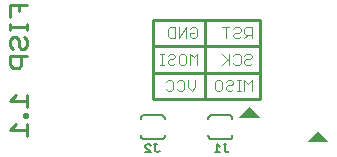
<source format=gbo>
G04 EAGLE Gerber X2 export*
%TF.Part,Single*%
%TF.FileFunction,Other,Silk bottom*%
%TF.FilePolarity,Positive*%
%TF.GenerationSoftware,Autodesk,EAGLE,9.1.3*%
%TF.CreationDate,2018-09-03T05:04:02Z*%
G75*
%MOMM*%
%FSLAX34Y34*%
%LPD*%
%AMOC8*
5,1,8,0,0,1.08239X$1,22.5*%
G01*
%ADD10C,0.127000*%
%ADD11C,0.101600*%
%ADD12C,0.254000*%
%ADD13C,0.279400*%
%ADD14C,0.203200*%

G36*
X281701Y58321D02*
X281701Y58321D01*
X281703Y58321D01*
X281703Y58323D01*
X281705Y58324D01*
X281703Y58326D01*
X281704Y58329D01*
X272179Y67854D01*
X272172Y67854D01*
X272171Y67854D01*
X262646Y58329D01*
X262646Y58327D01*
X262645Y58326D01*
X262646Y58324D01*
X262646Y58322D01*
X262648Y58322D01*
X262650Y58320D01*
X281700Y58320D01*
X281701Y58321D01*
G37*
G36*
X339726Y38096D02*
X339726Y38096D01*
X339728Y38096D01*
X339728Y38098D01*
X339730Y38099D01*
X339728Y38101D01*
X339729Y38104D01*
X330204Y47629D01*
X330197Y47629D01*
X330196Y47629D01*
X320671Y38104D01*
X320671Y38102D01*
X320670Y38101D01*
X320671Y38099D01*
X320671Y38097D01*
X320673Y38097D01*
X320675Y38095D01*
X339725Y38095D01*
X339726Y38096D01*
G37*
D10*
X254953Y30354D02*
X253809Y29210D01*
X252665Y29210D01*
X251521Y30354D01*
X251521Y36074D01*
X252665Y36074D02*
X250377Y36074D01*
X247468Y33786D02*
X245180Y36074D01*
X245180Y29210D01*
X247468Y29210D02*
X242892Y29210D01*
X196215Y30354D02*
X195071Y29210D01*
X193927Y29210D01*
X192783Y30354D01*
X192783Y36074D01*
X193927Y36074D02*
X191639Y36074D01*
X188731Y29210D02*
X184155Y29210D01*
X188731Y29210D02*
X184155Y33786D01*
X184155Y34930D01*
X185299Y36074D01*
X187587Y36074D01*
X188731Y34930D01*
D11*
X274130Y81471D02*
X274130Y90622D01*
X271079Y87572D01*
X268028Y90622D01*
X268028Y81471D01*
X264774Y81471D02*
X261724Y81471D01*
X263249Y81471D02*
X263249Y90622D01*
X264774Y90622D02*
X261724Y90622D01*
X253962Y90622D02*
X252436Y89097D01*
X253962Y90622D02*
X257012Y90622D01*
X258538Y89097D01*
X258538Y87572D01*
X257012Y86046D01*
X253962Y86046D01*
X252436Y84521D01*
X252436Y82996D01*
X253962Y81471D01*
X257012Y81471D01*
X258538Y82996D01*
X247657Y90622D02*
X244606Y90622D01*
X247657Y90622D02*
X249182Y89097D01*
X249182Y82996D01*
X247657Y81471D01*
X244606Y81471D01*
X243081Y82996D01*
X243081Y89097D01*
X244606Y90622D01*
X226505Y90622D02*
X226505Y84521D01*
X223454Y81471D01*
X220403Y84521D01*
X220403Y90622D01*
X212573Y90622D02*
X211048Y89097D01*
X212573Y90622D02*
X215624Y90622D01*
X217149Y89097D01*
X217149Y82996D01*
X215624Y81471D01*
X212573Y81471D01*
X211048Y82996D01*
X203218Y90622D02*
X201693Y89097D01*
X203218Y90622D02*
X206269Y90622D01*
X207794Y89097D01*
X207794Y82996D01*
X206269Y81471D01*
X203218Y81471D01*
X201693Y82996D01*
X221991Y133547D02*
X223516Y135072D01*
X226567Y135072D01*
X228092Y133547D01*
X228092Y127446D01*
X226567Y125921D01*
X223516Y125921D01*
X221991Y127446D01*
X221991Y130496D01*
X225041Y130496D01*
X218737Y125921D02*
X218737Y135072D01*
X212636Y125921D01*
X212636Y135072D01*
X209382Y135072D02*
X209382Y125921D01*
X204806Y125921D01*
X203280Y127446D01*
X203280Y133547D01*
X204806Y135072D01*
X209382Y135072D01*
X228092Y112847D02*
X228092Y103696D01*
X225041Y109797D02*
X228092Y112847D01*
X225041Y109797D02*
X221991Y112847D01*
X221991Y103696D01*
X217212Y112847D02*
X214161Y112847D01*
X217212Y112847D02*
X218737Y111322D01*
X218737Y105221D01*
X217212Y103696D01*
X214161Y103696D01*
X212636Y105221D01*
X212636Y111322D01*
X214161Y112847D01*
X204806Y112847D02*
X203280Y111322D01*
X204806Y112847D02*
X207856Y112847D01*
X209382Y111322D01*
X209382Y109797D01*
X207856Y108271D01*
X204806Y108271D01*
X203280Y106746D01*
X203280Y105221D01*
X204806Y103696D01*
X207856Y103696D01*
X209382Y105221D01*
X200026Y103696D02*
X196976Y103696D01*
X198501Y103696D02*
X198501Y112847D01*
X200026Y112847D02*
X196976Y112847D01*
X268028Y111322D02*
X269554Y112847D01*
X272604Y112847D01*
X274130Y111322D01*
X274130Y109797D01*
X272604Y108271D01*
X269554Y108271D01*
X268028Y106746D01*
X268028Y105221D01*
X269554Y103696D01*
X272604Y103696D01*
X274130Y105221D01*
X260198Y112847D02*
X258673Y111322D01*
X260198Y112847D02*
X263249Y112847D01*
X264774Y111322D01*
X264774Y105221D01*
X263249Y103696D01*
X260198Y103696D01*
X258673Y105221D01*
X255419Y103696D02*
X255419Y112847D01*
X255419Y106746D02*
X249318Y112847D01*
X253894Y108271D02*
X249318Y103696D01*
X274130Y125921D02*
X274130Y135072D01*
X269554Y135072D01*
X268028Y133547D01*
X268028Y130496D01*
X269554Y128971D01*
X274130Y128971D01*
X271079Y128971D02*
X268028Y125921D01*
X260198Y135072D02*
X258673Y133547D01*
X260198Y135072D02*
X263249Y135072D01*
X264774Y133547D01*
X264774Y132022D01*
X263249Y130496D01*
X260198Y130496D01*
X258673Y128971D01*
X258673Y127446D01*
X260198Y125921D01*
X263249Y125921D01*
X264774Y127446D01*
X252369Y125921D02*
X252369Y135072D01*
X255419Y135072D02*
X249318Y135072D01*
D12*
X234950Y74613D02*
X280988Y74613D01*
X234950Y74613D02*
X190500Y74613D01*
X190500Y96838D01*
X190500Y119063D01*
X190500Y141288D01*
X234950Y141288D01*
X280988Y141288D01*
X280988Y119063D01*
X280988Y96838D01*
X280988Y74613D01*
X280988Y96838D02*
X190500Y96838D01*
X190500Y119063D02*
X280988Y119063D01*
X234950Y141288D02*
X234950Y74613D01*
D13*
X84328Y154178D02*
X69329Y154178D01*
X69329Y144179D01*
X76829Y149178D02*
X76829Y154178D01*
X84328Y137806D02*
X84328Y132807D01*
X84328Y135307D02*
X69329Y135307D01*
X69329Y137806D02*
X69329Y132807D01*
X69329Y119393D02*
X71829Y116893D01*
X69329Y119393D02*
X69329Y124392D01*
X71829Y126892D01*
X74329Y126892D01*
X76829Y124392D01*
X76829Y119393D01*
X79328Y116893D01*
X81828Y116893D01*
X84328Y119393D01*
X84328Y124392D01*
X81828Y126892D01*
X84328Y110521D02*
X69329Y110521D01*
X69329Y103021D01*
X71829Y100521D01*
X76829Y100521D01*
X79328Y103021D01*
X79328Y110521D01*
X74329Y77777D02*
X69329Y72778D01*
X84328Y72778D01*
X84328Y77777D02*
X84328Y67778D01*
X84328Y61406D02*
X81828Y61406D01*
X81828Y58906D01*
X84328Y58906D01*
X84328Y61406D01*
X74329Y53220D02*
X69329Y48220D01*
X84328Y48220D01*
X84328Y43221D02*
X84328Y53220D01*
D14*
X182500Y60800D02*
X198500Y60800D01*
X200500Y43800D02*
X200518Y43702D01*
X200532Y43603D01*
X200542Y43503D01*
X200548Y43403D01*
X200550Y43303D01*
X200548Y43203D01*
X200542Y43103D01*
X200533Y43003D01*
X200519Y42904D01*
X200502Y42805D01*
X200480Y42708D01*
X200455Y42611D01*
X200426Y42515D01*
X200394Y42420D01*
X200357Y42327D01*
X200317Y42235D01*
X200274Y42145D01*
X200227Y42056D01*
X200176Y41970D01*
X200122Y41886D01*
X200065Y41803D01*
X200005Y41724D01*
X199941Y41646D01*
X199875Y41571D01*
X199805Y41499D01*
X199733Y41429D01*
X199658Y41363D01*
X199581Y41299D01*
X199501Y41239D01*
X199419Y41181D01*
X199335Y41127D01*
X199248Y41077D01*
X199160Y41029D01*
X199070Y40986D01*
X198978Y40945D01*
X198885Y40909D01*
X198791Y40876D01*
X198695Y40847D01*
X198598Y40822D01*
X198500Y40800D01*
X182500Y40799D02*
X182402Y40821D01*
X182305Y40846D01*
X182209Y40875D01*
X182115Y40908D01*
X182022Y40945D01*
X181930Y40985D01*
X181840Y41029D01*
X181752Y41076D01*
X181665Y41127D01*
X181581Y41181D01*
X181499Y41238D01*
X181419Y41299D01*
X181342Y41362D01*
X181267Y41429D01*
X181195Y41498D01*
X181126Y41571D01*
X181059Y41645D01*
X180996Y41723D01*
X180935Y41803D01*
X180878Y41885D01*
X180824Y41969D01*
X180774Y42056D01*
X180727Y42144D01*
X180683Y42234D01*
X180643Y42326D01*
X180607Y42419D01*
X180574Y42514D01*
X180545Y42610D01*
X180520Y42707D01*
X180498Y42805D01*
X180481Y42903D01*
X180467Y43003D01*
X180458Y43102D01*
X180452Y43202D01*
X180450Y43302D01*
X180452Y43402D01*
X180458Y43502D01*
X180468Y43602D01*
X180482Y43701D01*
X180500Y43800D01*
X180500Y57800D02*
X180482Y57899D01*
X180468Y57998D01*
X180458Y58098D01*
X180452Y58198D01*
X180450Y58298D01*
X180452Y58398D01*
X180458Y58498D01*
X180467Y58597D01*
X180481Y58697D01*
X180498Y58795D01*
X180520Y58893D01*
X180545Y58990D01*
X180574Y59086D01*
X180607Y59181D01*
X180643Y59274D01*
X180683Y59366D01*
X180727Y59456D01*
X180774Y59544D01*
X180824Y59631D01*
X180878Y59715D01*
X180935Y59797D01*
X180996Y59877D01*
X181059Y59955D01*
X181126Y60029D01*
X181195Y60102D01*
X181267Y60171D01*
X181342Y60238D01*
X181419Y60301D01*
X181499Y60362D01*
X181581Y60419D01*
X181665Y60473D01*
X181752Y60524D01*
X181840Y60571D01*
X181930Y60615D01*
X182022Y60655D01*
X182115Y60692D01*
X182209Y60725D01*
X182305Y60754D01*
X182402Y60779D01*
X182500Y60801D01*
X198500Y60801D02*
X198598Y60779D01*
X198695Y60754D01*
X198791Y60725D01*
X198885Y60692D01*
X198978Y60655D01*
X199070Y60615D01*
X199160Y60571D01*
X199248Y60524D01*
X199335Y60473D01*
X199419Y60419D01*
X199501Y60362D01*
X199581Y60301D01*
X199658Y60238D01*
X199733Y60171D01*
X199805Y60102D01*
X199874Y60029D01*
X199941Y59955D01*
X200004Y59877D01*
X200065Y59797D01*
X200122Y59715D01*
X200176Y59631D01*
X200226Y59544D01*
X200273Y59456D01*
X200317Y59366D01*
X200357Y59274D01*
X200393Y59181D01*
X200426Y59086D01*
X200455Y58990D01*
X200480Y58893D01*
X200502Y58795D01*
X200519Y58697D01*
X200533Y58597D01*
X200542Y58498D01*
X200548Y58398D01*
X200550Y58298D01*
X200548Y58198D01*
X200542Y58098D01*
X200532Y57998D01*
X200518Y57899D01*
X200500Y57800D01*
X198500Y40800D02*
X182500Y40800D01*
X239650Y40800D02*
X255650Y40800D01*
X237650Y57800D02*
X237632Y57898D01*
X237618Y57997D01*
X237608Y58097D01*
X237602Y58197D01*
X237600Y58297D01*
X237602Y58397D01*
X237608Y58497D01*
X237617Y58597D01*
X237631Y58696D01*
X237648Y58795D01*
X237670Y58892D01*
X237695Y58989D01*
X237724Y59085D01*
X237756Y59180D01*
X237793Y59273D01*
X237833Y59365D01*
X237876Y59455D01*
X237923Y59544D01*
X237974Y59630D01*
X238028Y59714D01*
X238085Y59797D01*
X238145Y59876D01*
X238209Y59954D01*
X238275Y60029D01*
X238345Y60101D01*
X238417Y60171D01*
X238492Y60237D01*
X238569Y60301D01*
X238649Y60361D01*
X238731Y60419D01*
X238815Y60473D01*
X238902Y60523D01*
X238990Y60571D01*
X239080Y60614D01*
X239172Y60655D01*
X239265Y60691D01*
X239359Y60724D01*
X239455Y60753D01*
X239552Y60778D01*
X239650Y60800D01*
X255650Y60801D02*
X255748Y60779D01*
X255845Y60754D01*
X255941Y60725D01*
X256035Y60692D01*
X256128Y60655D01*
X256220Y60615D01*
X256310Y60571D01*
X256398Y60524D01*
X256485Y60473D01*
X256569Y60419D01*
X256651Y60362D01*
X256731Y60301D01*
X256808Y60238D01*
X256883Y60171D01*
X256955Y60102D01*
X257024Y60029D01*
X257091Y59955D01*
X257154Y59877D01*
X257215Y59797D01*
X257272Y59715D01*
X257326Y59631D01*
X257376Y59544D01*
X257423Y59456D01*
X257467Y59366D01*
X257507Y59274D01*
X257543Y59181D01*
X257576Y59086D01*
X257605Y58990D01*
X257630Y58893D01*
X257652Y58795D01*
X257669Y58697D01*
X257683Y58597D01*
X257692Y58498D01*
X257698Y58398D01*
X257700Y58298D01*
X257698Y58198D01*
X257692Y58098D01*
X257682Y57998D01*
X257668Y57899D01*
X257650Y57800D01*
X257650Y43800D02*
X257668Y43701D01*
X257682Y43602D01*
X257692Y43502D01*
X257698Y43402D01*
X257700Y43302D01*
X257698Y43202D01*
X257692Y43102D01*
X257683Y43003D01*
X257669Y42903D01*
X257652Y42805D01*
X257630Y42707D01*
X257605Y42610D01*
X257576Y42514D01*
X257543Y42419D01*
X257507Y42326D01*
X257467Y42234D01*
X257423Y42144D01*
X257376Y42056D01*
X257326Y41969D01*
X257272Y41885D01*
X257215Y41803D01*
X257154Y41723D01*
X257091Y41645D01*
X257024Y41571D01*
X256955Y41498D01*
X256883Y41429D01*
X256808Y41362D01*
X256731Y41299D01*
X256651Y41238D01*
X256569Y41181D01*
X256485Y41127D01*
X256398Y41076D01*
X256310Y41029D01*
X256220Y40985D01*
X256128Y40945D01*
X256035Y40908D01*
X255941Y40875D01*
X255845Y40846D01*
X255748Y40821D01*
X255650Y40799D01*
X239650Y40799D02*
X239552Y40821D01*
X239455Y40846D01*
X239359Y40875D01*
X239265Y40908D01*
X239172Y40945D01*
X239080Y40985D01*
X238990Y41029D01*
X238902Y41076D01*
X238815Y41127D01*
X238731Y41181D01*
X238649Y41238D01*
X238569Y41299D01*
X238492Y41362D01*
X238417Y41429D01*
X238345Y41498D01*
X238276Y41571D01*
X238209Y41645D01*
X238146Y41723D01*
X238085Y41803D01*
X238028Y41885D01*
X237974Y41969D01*
X237924Y42056D01*
X237877Y42144D01*
X237833Y42234D01*
X237793Y42326D01*
X237757Y42419D01*
X237724Y42514D01*
X237695Y42610D01*
X237670Y42707D01*
X237648Y42805D01*
X237631Y42903D01*
X237617Y43003D01*
X237608Y43102D01*
X237602Y43202D01*
X237600Y43302D01*
X237602Y43402D01*
X237608Y43502D01*
X237618Y43602D01*
X237632Y43701D01*
X237650Y43800D01*
X239650Y60800D02*
X255650Y60800D01*
M02*

</source>
